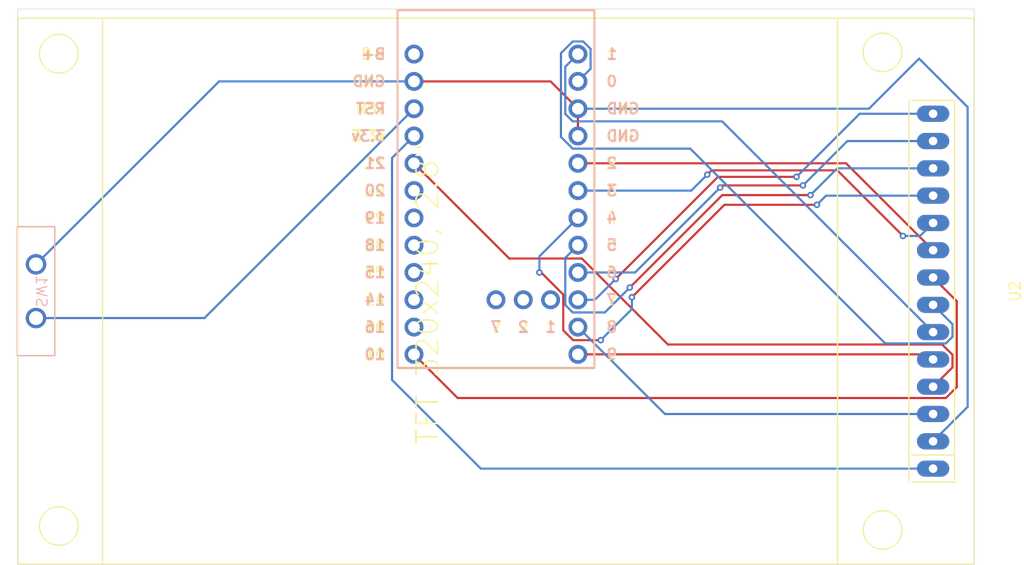
<source format=kicad_pcb>
(kicad_pcb (version 20241229) (generator "pcbnew") (generator_version "9.0")
  (layers (0 "F.Cu" signal) (2 "B.Cu" signal) (13 "F.Paste" user) (15 "B.Paste" user) (5 "F.SilkS" user "F.Silkscreen") (7 "B.SilkS" user "B.Silkscreen") (1 "F.Mask" user) (3 "B.Mask" user) (25 "Edge.Cuts" user))
  (net 0 "")
  (net 1 "/gnd")
  (net 8 "/t_din")
  (net 9 "/d{slash}c")
  (net 10 "/t_clk")
  (net 11 "/vcc")
  (net 12 "/lcd_rst")
  (net 13 "/t_irq")
  (net 14 "/t_cs")
  (net 15 "/sck")
  (net 16 "/rst")
  (net 17 "/sdi(mosi)")
  (net 18 "/led")
  (net 19 "/sdo(miso)")
  (net 20 "/cs")
  (net 21 "/t_do")
  (footprint "ILI9341TFT:TFT-320x240" (layer "F.Cu") (at 123.7 120.44 90)
    (property "Reference" "U2" (at 0 7.62 90) (layer "F.SilkS"))
    (property "Value" "TFT_320x240")
    (fp_line (start 25.4 -85.09) (end -25.4 -85.09) (stroke (width 0.12)) (layer "F.SilkS"))
    (fp_line (start -25.4 -85.09) (end -25.4 3.81) (stroke (width 0.12)) (layer "F.SilkS"))
    (fp_line (start -25.4 -77.216) (end 25.4 -77.216) (stroke (width 0.12)) (layer "F.SilkS"))
    (fp_line (start -25.4 -8.89) (end 25.4 -8.89) (stroke (width 0.12)) (layer "F.SilkS"))
    (fp_line (start -17.76 -2.254) (end 17.76 -2.254) (stroke (width 0.12)) (layer "F.SilkS"))
    (fp_line (start 17.76 -2) (end 17.76 2) (stroke (width 0.12)) (layer "F.SilkS"))
    (fp_line (start -15.24 -2) (end -15.24 2) (stroke (width 0.12)) (layer "F.SilkS"))
    (fp_line (start 17.76 2) (end -17.76 2) (stroke (width 0.12)) (layer "F.SilkS"))
    (fp_line (start -17.76 2) (end -17.76 -2) (stroke (width 0.12)) (layer "F.SilkS"))
    (fp_line (start 25.4 3.81) (end 25.4 -85.09) (stroke (width 0.12)) (layer "F.SilkS"))
    (fp_line (start -25.4 3.81) (end 25.4 3.81) (stroke (width 0.12)) (layer "F.SilkS"))
    (fp_circle (center 22.098 -81.28) (end 20.828 -80.01) (stroke (width 0.12)) (fill no) (layer "F.SilkS"))
    (fp_circle (center -21.844 -81.28) (end -23.114 -82.55) (stroke (width 0.12)) (fill no) (layer "F.SilkS"))
    (fp_circle (center 22.225 -4.699) (end 20.955 -3.429) (stroke (width 0.12)) (fill no) (layer "F.SilkS"))
    (fp_circle (center -22.225 -4.699) (end -23.495 -3.429) (stroke (width 0.12)) (fill no) (layer "F.SilkS"))
    (fp_text user "TFT 320x240, 2.8\"" (at -0.254 -46.99 90) (layer "F.SilkS") (effects (font (size 2 2))))
    (pad "1" thru_hole oval (at -16.51 0 90) (size 1.5 3) (drill 0.8) (layers "*.Cu" "*.Mask") (net 11 "/vcc"))
    (pad "2" thru_hole oval (at -13.97 0 90) (size 1.5 3) (drill 0.8) (layers "*.Cu" "*.Mask") (net 1 "/gnd"))
    (pad "3" thru_hole oval (at -11.43 0 90) (size 1.5 3) (drill 0.8) (layers "*.Cu" "*.Mask") (net 20 "/cs"))
    (pad "4" thru_hole oval (at -8.89 0 90) (size 1.5 3) (drill 0.8) (layers "*.Cu" "*.Mask") (net 12 "/lcd_rst"))
    (pad "5" thru_hole oval (at -6.35 0 90) (size 1.5 3) (drill 0.8) (layers "*.Cu" "*.Mask") (net 9 "/d{slash}c"))
    (pad "6" thru_hole oval (at -3.81 0 90) (size 1.5 3) (drill 0.8) (layers "*.Cu" "*.Mask") (net 17 "/sdi(mosi)"))
    (pad "7" thru_hole oval (at -1.27 0 90) (size 1.5 3) (drill 0.8) (layers "*.Cu" "*.Mask") (net 15 "/sck"))
    (pad "8" thru_hole oval (at 1.27 0 90) (size 1.5 3) (drill 0.8) (layers "*.Cu" "*.Mask") (net 18 "/led"))
    (pad "9" thru_hole oval (at 3.81 0 90) (size 1.5 3) (drill 0.8) (layers "*.Cu" "*.Mask") (net 19 "/sdo(miso)"))
    (pad "10" thru_hole oval (at 6.35 0 90) (size 1.5 3) (drill 0.8) (layers "*.Cu" "*.Mask") (net 10 "/t_clk"))
    (pad "11" thru_hole oval (at 8.89 0 90) (size 1.5 3) (drill 0.8) (layers "*.Cu" "*.Mask") (net 14 "/t_cs"))
    (pad "12" thru_hole oval (at 11.43 0 90) (size 1.5 3) (drill 0.8) (layers "*.Cu" "*.Mask") (net 8 "/t_din"))
    (pad "13" thru_hole oval (at 13.97 0 90) (size 1.5 3) (drill 0.8) (layers "*.Cu" "*.Mask") (net 21 "/t_do"))
    (pad "14" thru_hole oval (at 16.51 0 90) (size 1.5 3) (drill 0.8) (layers "*.Cu" "*.Mask") (net 13 "/t_irq"))
  )
  (footprint "ScottoKeebs_MCU:Nice_Nano_V2" (layer "B.Cu") (at 83.06 112.07 180)
    (property "Reference" "U1" (hide yes))
    (property "Value" "Nice_Nano_V2" (hide yes))
    (fp_line (start 9.15 17.78) (end -9.15 17.78) (stroke (width 0.2)) (layer "F.SilkS"))
    (fp_line (start 9.15 -15.52) (end 9.15 17.78) (stroke (width 0.2)) (layer "F.SilkS"))
    (fp_line (start 9.15 -15.52) (end -9.15 -15.52) (stroke (width 0.2)) (layer "F.SilkS"))
    (fp_line (start -9.15 -15.52) (end -9.15 17.78) (stroke (width 0.2)) (layer "F.SilkS"))
    (fp_line (start 9.15 17.78) (end 9.15 -15.52) (stroke (width 0.2)) (layer "B.SilkS"))
    (fp_line (start 9.15 17.78) (end -9.15 17.78) (stroke (width 0.2)) (layer "B.SilkS"))
    (fp_line (start 9.15 -15.52) (end -9.15 -15.52) (stroke (width 0.2)) (layer "B.SilkS"))
    (fp_line (start -9.15 17.78) (end -9.15 -15.52) (stroke (width 0.2)) (layer "B.SilkS"))
    (fp_text user "18" (at 10.16 -4.09 0) (layer "F.SilkS") (effects (font (thickness 0.2) (bold yes)) (justify right)))
    (fp_text user "7" (at 0 -11.709998 0) (layer "F.SilkS") (effects (font (thickness 0.2) (bold yes))))
    (fp_text user "9" (at -10.16 -14.25 0) (layer "F.SilkS") (effects (font (thickness 0.2) (bold yes)) (justify left)))
    (fp_text user "B+" (at 10.16 13.69 0) (layer "F.SilkS") (effects (font (thickness 0.2) (bold yes)) (justify right)))
    (fp_text user "10" (at 10.16 -14.25 0) (layer "F.SilkS") (effects (font (thickness 0.2) (bold yes)) (justify right)))
    (fp_text user "5" (at -10.16 -4.09 0) (layer "F.SilkS") (effects (font (thickness 0.2) (bold yes)) (justify left)))
    (fp_text user "14" (at 10.16 -9.17 0) (layer "F.SilkS") (effects (font (thickness 0.2) (bold yes)) (justify right)))
    (fp_text user "16" (at 10.16 -11.71 0) (layer "F.SilkS") (effects (font (thickness 0.2) (bold yes)) (justify right)))
    (fp_text user "2" (at -2.54 -11.71 0) (layer "F.SilkS") (effects (font (thickness 0.2) (bold yes))))
    (fp_text user "3" (at -10.16 0.99 0) (layer "F.SilkS") (effects (font (thickness 0.2) (bold yes)) (justify left)))
    (fp_text user "GND" (at -10.16 6.07 0) (layer "F.SilkS") (effects (font (thickness 0.2) (bold yes)) (justify left)))
    (fp_text user "15" (at 10.16 -6.63 0) (layer "F.SilkS") (effects (font (thickness 0.2) (bold yes)) (justify right)))
    (fp_text user "4" (at -10.16 -1.55 0) (layer "F.SilkS") (effects (font (thickness 0.2) (bold yes)) (justify left)))
    (fp_text user "21" (at 10.16 3.53 0) (layer "F.SilkS") (effects (font (thickness 0.2) (bold yes)) (justify right)))
    (fp_text user "GND" (at 10.16 11.15 0) (layer "F.SilkS") (effects (font (thickness 0.2) (bold yes)) (justify right)))
    (fp_text user "0" (at -10.16 11.15 0) (layer "F.SilkS") (effects (font (thickness 0.2) (bold yes)) (justify left)))
    (fp_text user "7" (at -10.16 -9.17 0) (layer "F.SilkS") (effects (font (thickness 0.2) (bold yes)) (justify left)))
    (fp_text user "2" (at -10.16 3.53 0) (layer "F.SilkS") (effects (font (thickness 0.2) (bold yes)) (justify left)))
    (fp_text user "3.3v" (at 10.16 6.07 0) (layer "F.SilkS") (effects (font (thickness 0.2) (bold yes)) (justify right)))
    (fp_text user "6" (at -10.16 -6.63 0) (layer "F.SilkS") (effects (font (thickness 0.2) (bold yes)) (justify left)))
    (fp_text user "1" (at -5.08 -11.71 0) (layer "F.SilkS") (effects (font (thickness 0.2) (bold yes))))
    (fp_text user "1" (at -10.16 13.69 0) (layer "F.SilkS") (effects (font (thickness 0.2) (bold yes)) (justify left)))
    (fp_text user "20" (at 10.16 0.99 0) (layer "F.SilkS") (effects (font (thickness 0.2) (bold yes)) (justify right)))
    (fp_text user "8" (at -10.16 -11.71 0) (layer "F.SilkS") (effects (font (thickness 0.2) (bold yes)) (justify left)))
    (fp_text user "RST" (at 10.16 8.61 0) (layer "F.SilkS") (effects (font (thickness 0.2) (bold yes)) (justify right)))
    (fp_text user "GND" (at -10.16 8.61 0) (layer "F.SilkS") (effects (font (thickness 0.2) (bold yes)) (justify left)))
    (fp_text user "19" (at 10.16 -1.55 0) (layer "F.SilkS") (effects (font (thickness 0.2) (bold yes)) (justify right)))
    (fp_text user "3" (at -10.16 0.99 0) (layer "B.SilkS") (effects (font (thickness 0.2) (bold yes)) (justify right mirror)))
    (fp_text user "20" (at 10.16 0.99 0) (layer "B.SilkS") (effects (font (thickness 0.2) (bold yes)) (justify left mirror)))
    (fp_text user "2" (at -2.54 -11.71 0) (layer "B.SilkS") (effects (font (thickness 0.2) (bold yes)) (justify mirror)))
    (fp_text user "GND" (at -10.16 8.61 0) (layer "B.SilkS") (effects (font (thickness 0.2) (bold yes)) (justify right mirror)))
    (fp_text user "10" (at 10.16 -14.25 0) (layer "B.SilkS") (effects (font (thickness 0.2) (bold yes)) (justify left mirror)))
    (fp_text user "8" (at -10.16 -11.71 0) (layer "B.SilkS") (effects (font (thickness 0.2) (bold yes)) (justify right mirror)))
    (fp_text user "14" (at 10.16 -9.17 0) (layer "B.SilkS") (effects (font (thickness 0.2) (bold yes)) (justify left mirror)))
    (fp_text user "7" (at -10.16 -9.17 0) (layer "B.SilkS") (effects (font (thickness 0.2) (bold yes)) (justify right mirror)))
    (fp_text user "5" (at -10.16 -4.09 0) (layer "B.SilkS") (effects (font (thickness 0.2) (bold yes)) (justify right mirror)))
    (fp_text user "7" (at 0 -11.709998 0) (layer "B.SilkS") (effects (font (thickness 0.2) (bold yes)) (justify mirror)))
    (fp_text user "3.3v" (at 10.16 6.07 0) (layer "B.SilkS") (effects (font (thickness 0.2) (bold yes)) (justify left mirror)))
    (fp_text user "GND" (at -10.16 6.07 0) (layer "B.SilkS") (effects (font (thickness 0.2) (bold yes)) (justify right mirror)))
    (fp_text user "B+" (at 10.16 13.69 0) (layer "B.SilkS") (effects (font (thickness 0.2) (bold yes)) (justify left mirror)))
    (fp_text user "1" (at -5.08 -11.71 0) (layer "B.SilkS") (effects (font (thickness 0.2) (bold yes)) (justify mirror)))
    (fp_text user "19" (at 10.16 -1.55 0) (layer "B.SilkS") (effects (font (thickness 0.2) (bold yes)) (justify left mirror)))
    (fp_text user "9" (at -10.16 -14.25 0) (layer "B.SilkS") (effects (font (thickness 0.2) (bold yes)) (justify right mirror)))
    (fp_text user "0" (at -10.16 11.15 0) (layer "B.SilkS") (effects (font (thickness 0.2) (bold yes)) (justify right mirror)))
    (fp_text user "4" (at -10.16 -1.55 0) (layer "B.SilkS") (effects (font (thickness 0.2) (bold yes)) (justify right mirror)))
    (fp_text user "16" (at 10.16 -11.71 0) (layer "B.SilkS") (effects (font (thickness 0.2) (bold yes)) (justify left mirror)))
    (fp_text user "2" (at -10.16 3.53 0) (layer "B.SilkS") (effects (font (thickness 0.2) (bold yes)) (justify right mirror)))
    (fp_text user "15" (at 10.16 -6.63 0) (layer "B.SilkS") (effects (font (thickness 0.2) (bold yes)) (justify left mirror)))
    (fp_text user "1" (at -10.16 13.69 0) (layer "B.SilkS") (effects (font (thickness 0.2) (bold yes)) (justify right mirror)))
    (fp_text user "18" (at 10.16 -4.09 0) (layer "B.SilkS") (effects (font (thickness 0.2) (bold yes)) (justify left mirror)))
    (fp_text user "6" (at -10.16 -6.63 0) (layer "B.SilkS") (effects (font (thickness 0.2) (bold yes)) (justify right mirror)))
    (fp_text user "21" (at 10.16 3.53 0) (layer "B.SilkS") (effects (font (thickness 0.2) (bold yes)) (justify left mirror)))
    (fp_text user "GND" (at 10.16 11.15 0) (layer "B.SilkS") (effects (font (thickness 0.2) (bold yes)) (justify left mirror)))
    (fp_text user "RST" (at 10.16 8.61 0) (layer "B.SilkS") (effects (font (thickness 0.2) (bold yes)) (justify left mirror)))
    (pad "1" thru_hole circle (at -7.62 13.69 270) (size 1.7526 1.7526) (drill 1.0922) (layers "*.Cu" "*.Mask") (net 17 "/sdi(mosi)"))
    (pad "2" thru_hole circle (at -7.62 11.15 270) (size 1.7526 1.7526) (drill 1.0922) (layers "*.Cu" "*.Mask") (net 15 "/sck"))
    (pad "3" thru_hole circle (at -7.62 8.61 270) (size 1.7526 1.7526) (drill 1.0922) (layers "*.Cu" "*.Mask") (net 1 "/gnd"))
    (pad "4" thru_hole circle (at -7.62 6.07 270) (size 1.7526 1.7526) (drill 1.0922) (layers "*.Cu" "*.Mask") (net 1 "/gnd"))
    (pad "5" thru_hole circle (at -7.62 3.53 270) (size 1.7526 1.7526) (drill 1.0922) (layers "*.Cu" "*.Mask") (net 19 "/sdo(miso)"))
    (pad "6" thru_hole circle (at -7.62 0.99 270) (size 1.7526 1.7526) (drill 1.0922) (layers "*.Cu" "*.Mask") (net 10 "/t_clk"))
    (pad "7" thru_hole circle (at -7.62 -1.55 270) (size 1.7526 1.7526) (drill 1.0922) (layers "*.Cu" "*.Mask") (net 14 "/t_cs"))
    (pad "8" thru_hole circle (at -7.62 -4.09 270) (size 1.7526 1.7526) (drill 1.0922) (layers "*.Cu" "*.Mask") (net 8 "/t_din"))
    (pad "9" thru_hole circle (at -7.62 -6.63 270) (size 1.7526 1.7526) (drill 1.0922) (layers "*.Cu" "*.Mask") (net 21 "/t_do"))
    (pad "10" thru_hole circle (at -7.62 -9.17 270) (size 1.7526 1.7526) (drill 1.0922) (layers "*.Cu" "*.Mask") (net 13 "/t_irq"))
    (pad "11" thru_hole circle (at -7.62 -11.71 270) (size 1.7526 1.7526) (drill 1.0922) (layers "*.Cu" "*.Mask") (net 20 "/cs"))
    (pad "12" thru_hole circle (at -7.62 -14.25 270) (size 1.7526 1.7526) (drill 1.0922) (layers "*.Cu" "*.Mask") (net 9 "/d{slash}c"))
    (pad "13" thru_hole circle (at 7.62 -14.25 270) (size 1.7526 1.7526) (drill 1.0922) (layers "*.Cu" "*.Mask") (net 18 "/led"))
    (pad "14" thru_hole circle (at 7.62 -11.71 270) (size 1.7526 1.7526) (drill 1.0922) (layers "*.Cu" "*.Mask"))
    (pad "15" thru_hole circle (at 7.62 -9.17 270) (size 1.7526 1.7526) (drill 1.0922) (layers "*.Cu" "*.Mask"))
    (pad "16" thru_hole circle (at 7.62 -6.63 270) (size 1.7526 1.7526) (drill 1.0922) (layers "*.Cu" "*.Mask"))
    (pad "17" thru_hole circle (at 7.62 -4.09 270) (size 1.7526 1.7526) (drill 1.0922) (layers "*.Cu" "*.Mask"))
    (pad "18" thru_hole circle (at 7.62 -1.55 270) (size 1.7526 1.7526) (drill 1.0922) (layers "*.Cu" "*.Mask"))
    (pad "19" thru_hole circle (at 7.62 0.99 270) (size 1.7526 1.7526) (drill 1.0922) (layers "*.Cu" "*.Mask"))
    (pad "20" thru_hole circle (at 7.62 3.53 270) (size 1.7526 1.7526) (drill 1.0922) (layers "*.Cu" "*.Mask") (net 12 "/lcd_rst"))
    (pad "21" thru_hole circle (at 7.62 6.07 270) (size 1.7526 1.7526) (drill 1.0922) (layers "*.Cu" "*.Mask") (net 11 "/vcc"))
    (pad "22" thru_hole circle (at 7.62 8.61 270) (size 1.7526 1.7526) (drill 1.0922) (layers "*.Cu" "*.Mask") (net 16 "/rst"))
    (pad "23" thru_hole circle (at 7.62 11.15 270) (size 1.7526 1.7526) (drill 1.0922) (layers "*.Cu" "*.Mask") (net 1 "/gnd"))
    (pad "24" thru_hole circle (at 7.62 13.69 270) (size 1.7526 1.7526) (drill 1.0922) (layers "*.Cu" "*.Mask"))
    (pad "25" thru_hole circle (at -5.08 -9.17 180) (size 1.7526 1.7526) (drill 1.0922) (layers "*.Cu" "*.Mask"))
    (pad "26" thru_hole circle (at -2.54 -9.17 180) (size 1.7526 1.7526) (drill 1.0922) (layers "*.Cu" "*.Mask"))
    (pad "27" thru_hole circle (at 0 -9.17 180) (size 1.7526 1.7526) (drill 1.0922) (layers "*.Cu" "*.Mask"))
  )
  (footprint "Custom Switches:Generic 2 Pin Horizontal" (layer "B.Cu") (at 40.3 120.44 90)
    (property "Reference" "SW1" (at 0 0.5 270) (layer "B.SilkS") (effects (font (thickness 0.1)) (justify mirror)))
    (property "Value" "SW_Push")
    (fp_rect (start -6 1.75) (end 6 -1.75) (stroke (width 0.1)) (fill no) (layer "B.SilkS"))
    (fp_rect (start -6 1.75) (end 6 -1.74) (stroke (width 0.12)) (fill no) (layer "B.SilkS"))
    (pad "1" thru_hole circle (at -2.5 0 90) (size 1.905 1.905) (drill 1.3) (layers "*.Cu" "*.Mask") (net 16 "/rst"))
    (pad "2" thru_hole circle (at 2.5 0 90) (size 1.905 1.905) (drill 1.3) (layers "*.Cu" "*.Mask") (net 1 "/gnd"))
  )
  (gr_rect (start 38.61 94.1825) (end 127.51 145.8825) (stroke (width 0.05)) (fill no) (layer "Edge.Cuts"))
  (segment (start 90.68 103.46) (end 90.68 106) (width 0.2) (layer "F.Cu") (net 1))
  (segment (start 88.14 100.92) (end 90.68 103.46) (width 0.2) (layer "F.Cu") (net 1))
  (segment (start 75.44 100.92) (end 88.14 100.92) (width 0.2) (layer "F.Cu") (net 1))
  (segment (start 123.7 134.41) (end 126.909 131.201) (width 0.2) (layer "B.Cu") (net 1))
  (segment (start 126.909 103.309) (end 122.4 98.8) (width 0.2) (layer "B.Cu") (net 1))
  (segment (start 117.74 103.46) (end 90.68 103.46) (width 0.2) (layer "B.Cu") (net 1))
  (segment (start 57.32 100.92) (end 40.3 117.94) (width 0.2) (layer "B.Cu") (net 1))
  (segment (start 75.44 100.92) (end 57.32 100.92) (width 0.2) (layer "B.Cu") (net 1))
  (segment (start 122.4 98.8) (end 117.74 103.46) (width 0.2) (layer "B.Cu") (net 1))
  (segment (start 126.909 131.201) (end 126.909 103.309) (width 0.2) (layer "B.Cu") (net 1))
  (segment (start 104.1 111.5) (end 95.5 120.1) (width 0.2) (layer "F.Cu") (net 8))
  (segment (start 112.3 111.5) (end 104.1 111.5) (width 0.2) (layer "F.Cu") (net 8))
  (via (at 112.3 111.5) (size 0.6) (drill 0.3) (layers "F.Cu" "B.Cu") (net 8))
  (via (at 95.5 120.1) (size 0.6) (drill 0.3) (layers "F.Cu" "B.Cu") (net 8))
  (segment (start 90.192346 122.4173) (end 89.5027 121.727654) (width 0.2) (layer "B.Cu") (net 8))
  (segment (start 123.7 109.01) (end 114.79 109.01) (width 0.2) (layer "B.Cu") (net 8))
  (segment (start 93.1827 122.4173) (end 90.192346 122.4173) (width 0.2) (layer "B.Cu") (net 8))
  (segment (start 89.5027 121.727654) (end 89.5027 117.3373) (width 0.2) (layer "B.Cu") (net 8))
  (segment (start 114.79 109.01) (end 112.3 111.5) (width 0.2) (layer "B.Cu") (net 8))
  (segment (start 89.5027 117.3373) (end 90.68 116.16) (width 0.2) (layer "B.Cu") (net 8))
  (segment (start 95.5 120.1) (end 93.1827 122.4173) (width 0.2) (layer "B.Cu") (net 8))
  (segment (start 90.68 126.32) (end 123.23 126.32) (width 0.2) (layer "F.Cu") (net 9))
  (segment (start 123.23 126.32) (end 123.7 126.79) (width 0.2) (layer "F.Cu") (net 9))
  (segment (start 103.101 109.199) (end 114.799 109.199) (width 0.2) (layer "F.Cu") (net 10))
  (segment (start 114.799 109.199) (end 120.9 115.3) (width 0.2) (layer "F.Cu") (net 10))
  (segment (start 102.7 109.6) (end 103.101 109.199) (width 0.2) (layer "F.Cu") (net 10))
  (via (at 102.7 109.6) (size 0.6) (drill 0.3) (layers "F.Cu" "B.Cu") (net 10))
  (via (at 120.9 115.3) (size 0.6) (drill 0.3) (layers "F.Cu" "B.Cu") (net 10))
  (segment (start 120.9 115.3) (end 122.49 115.3) (width 0.2) (layer "B.Cu") (net 10))
  (segment (start 122.49 115.3) (end 123.7 114.09) (width 0.2) (layer "B.Cu") (net 10))
  (segment (start 101.22 111.08) (end 102.7 109.6) (width 0.2) (layer "B.Cu") (net 10))
  (segment (start 90.68 111.08) (end 101.22 111.08) (width 0.2) (layer "B.Cu") (net 10))
  (segment (start 73.4 128.7) (end 73.4 108.04) (width 0.2) (layer "B.Cu") (net 11))
  (segment (start 123.7 136.95) (end 81.65 136.95) (width 0.2) (layer "B.Cu") (net 11))
  (segment (start 73.4 108.04) (end 75.44 106) (width 0.2) (layer "B.Cu") (net 11))
  (segment (start 81.65 136.95) (end 73.4 128.7) (width 0.2) (layer "B.Cu") (net 11))
  (segment (start 99.044954 125.4) (end 91.044954 117.4) (width 0.2) (layer "F.Cu") (net 12))
  (segment (start 91.044954 117.4) (end 84.3 117.4) (width 0.2) (layer "F.Cu") (net 12))
  (segment (start 125.501 126.354662) (end 124.546338 125.4) (width 0.2) (layer "F.Cu") (net 12))
  (segment (start 125.501 127.529) (end 125.501 126.354662) (width 0.2) (layer "F.Cu") (net 12))
  (segment (start 124.546338 125.4) (end 99.044954 125.4) (width 0.2) (layer "F.Cu") (net 12))
  (segment (start 84.3 117.4) (end 75.44 108.54) (width 0.2) (layer "F.Cu") (net 12))
  (segment (start 123.7 129.33) (end 125.501 127.529) (width 0.2) (layer "F.Cu") (net 12))
  (segment (start 103.7 109.8) (end 94.2 119.3) (width 0.2) (layer "F.Cu") (net 13))
  (segment (start 111 109.8) (end 103.7 109.8) (width 0.2) (layer "F.Cu") (net 13))
  (via (at 94.2 119.3) (size 0.6) (drill 0.3) (layers "F.Cu" "B.Cu") (net 13))
  (via (at 111 109.8) (size 0.6) (drill 0.3) (layers "F.Cu" "B.Cu") (net 13))
  (segment (start 92.26 121.24) (end 90.68 121.24) (width 0.2) (layer "B.Cu") (net 13))
  (segment (start 94.2 119.3) (end 92.26 121.24) (width 0.2) (layer "B.Cu") (net 13))
  (segment (start 116.87 103.93) (end 111 109.8) (width 0.2) (layer "B.Cu") (net 13))
  (segment (start 123.7 103.93) (end 116.87 103.93) (width 0.2) (layer "B.Cu") (net 13))
  (segment (start 112.9 112.4) (end 104.3 112.4) (width 0.2) (layer "F.Cu") (net 14))
  (segment (start 104.3 112.4) (end 95.7 121) (width 0.2) (layer "F.Cu") (net 14))
  (segment (start 89.3173 120.752346) (end 87.264954 118.7) (width 0.2) (layer "F.Cu") (net 14))
  (segment (start 92.8 125) (end 90.235046 125) (width 0.2) (layer "F.Cu") (net 14))
  (segment (start 89.3173 124.082254) (end 89.3173 120.752346) (width 0.2) (layer "F.Cu") (net 14))
  (segment (start 90.235046 125) (end 89.3173 124.082254) (width 0.2) (layer "F.Cu") (net 14))
  (segment (start 87.264954 118.7) (end 87.1 118.7) (width 0.2) (layer "F.Cu") (net 14))
  (via (at 95.7 121) (size 0.6) (drill 0.3) (layers "F.Cu" "B.Cu") (net 14))
  (via (at 87.1 118.7) (size 0.6) (drill 0.3) (layers "F.Cu" "B.Cu") (net 14))
  (via (at 112.9 112.4) (size 0.6) (drill 0.3) (layers "F.Cu" "B.Cu") (net 14))
  (via (at 92.8 125) (size 0.6) (drill 0.3) (layers "F.Cu" "B.Cu") (net 14))
  (segment (start 87.1 118.7) (end 87.1 117.2) (width 0.2) (layer "B.Cu") (net 14))
  (segment (start 123.7 111.55) (end 113.75 111.55) (width 0.2) (layer "B.Cu") (net 14))
  (segment (start 113.75 111.55) (end 112.9 112.4) (width 0.2) (layer "B.Cu") (net 14))
  (segment (start 95.7 122.1) (end 92.8 125) (width 0.2) (layer "B.Cu") (net 14))
  (segment (start 95.7 121) (end 95.7 122.1) (width 0.2) (layer "B.Cu") (net 14))
  (segment (start 87.1 117.2) (end 90.68 113.62) (width 0.2) (layer "B.Cu") (net 14))
  (segment (start 125.501 124.685338) (end 124.885338 125.301) (width 0.2) (layer "B.Cu") (net 15))
  (segment (start 123.7 121.71) (end 125.501 123.511) (width 0.2) (layer "B.Cu") (net 15))
  (segment (start 89.1017 106.086654) (end 89.1017 98.293346) (width 0.2) (layer "B.Cu") (net 15))
  (segment (start 91.8573 99.7427) (end 90.68 100.92) (width 0.2) (layer "B.Cu") (net 15))
  (segment (start 91.167654 97.2027) (end 91.8573 97.892346) (width 0.2) (layer "B.Cu") (net 15))
  (segment (start 101.127243 107.1773) (end 90.192346 107.1773) (width 0.2) (layer "B.Cu") (net 15))
  (segment (start 124.885338 125.301) (end 119.250943 125.301) (width 0.2) (layer "B.Cu") (net 15))
  (segment (start 90.192346 107.1773) (end 89.1017 106.086654) (width 0.2) (layer "B.Cu") (net 15))
  (segment (start 89.1017 98.293346) (end 90.192346 97.2027) (width 0.2) (layer "B.Cu") (net 15))
  (segment (start 125.501 123.511) (end 125.501 124.685338) (width 0.2) (layer "B.Cu") (net 15))
  (segment (start 119.250943 125.301) (end 101.127243 107.1773) (width 0.2) (layer "B.Cu") (net 15))
  (segment (start 91.8573 97.892346) (end 91.8573 99.7427) (width 0.2) (layer "B.Cu") (net 15))
  (segment (start 90.192346 97.2027) (end 91.167654 97.2027) (width 0.2) (layer "B.Cu") (net 15))
  (segment (start 55.96 122.94) (end 75.44 103.46) (width 0.2) (layer "B.Cu") (net 16))
  (segment (start 40.3 122.94) (end 55.96 122.94) (width 0.2) (layer "B.Cu") (net 16))
  (segment (start 89.5027 99.5573) (end 90.68 98.38) (width 0.2) (layer "B.Cu") (net 17))
  (segment (start 104.0873 104.6373) (end 90.192346 104.6373) (width 0.2) (layer "B.Cu") (net 17))
  (segment (start 123.7 124.25) (end 104.0873 104.6373) (width 0.2) (layer "B.Cu") (net 17))
  (segment (start 90.192346 104.6373) (end 89.5027 103.947654) (width 0.2) (layer "B.Cu") (net 17))
  (segment (start 89.5027 103.947654) (end 89.5027 99.5573) (width 0.2) (layer "B.Cu") (net 17))
  (segment (start 124.885338 130.381) (end 125.902 129.364338) (width 0.2) (layer "F.Cu") (net 18))
  (segment (start 125.902 121.372) (end 123.7 119.17) (width 0.2) (layer "F.Cu") (net 18))
  (segment (start 75.44 126.32) (end 79.501 130.381) (width 0.2) (layer "F.Cu") (net 18))
  (segment (start 79.501 130.381) (end 124.885338 130.381) (width 0.2) (layer "F.Cu") (net 18))
  (segment (start 125.902 129.364338) (end 125.902 121.372) (width 0.2) (layer "F.Cu") (net 18))
  (segment (start 90.68 108.54) (end 115.61 108.54) (width 0.2) (layer "F.Cu") (net 19))
  (segment (start 115.61 108.54) (end 123.7 116.63) (width 0.2) (layer "F.Cu") (net 19))
  (segment (start 98.77 131.87) (end 90.68 123.78) (width 0.2) (layer "B.Cu") (net 20))
  (segment (start 123.7 131.87) (end 98.77 131.87) (width 0.2) (layer "B.Cu") (net 20))
  (segment (start 111.6 110.6) (end 104.1 110.6) (width 0.2) (layer "F.Cu") (net 21))
  (segment (start 104.1 110.6) (end 103.9 110.8) (width 0.2) (layer "F.Cu") (net 21))
  (via (at 111.6 110.6) (size 0.6) (drill 0.3) (layers "F.Cu" "B.Cu") (net 21))
  (via (at 103.9 110.8) (size 0.6) (drill 0.3) (layers "F.Cu" "B.Cu") (net 21))
  (segment (start 123.7 106.47) (end 115.73 106.47) (width 0.2) (layer "B.Cu") (net 21))
  (segment (start 96 118.7) (end 90.68 118.7) (width 0.2) (layer "B.Cu") (net 21))
  (segment (start 103.9 110.8) (end 96 118.7) (width 0.2) (layer "B.Cu") (net 21))
  (segment (start 115.73 106.47) (end 111.6 110.6) (width 0.2) (layer "B.Cu") (net 21))
)
</source>
